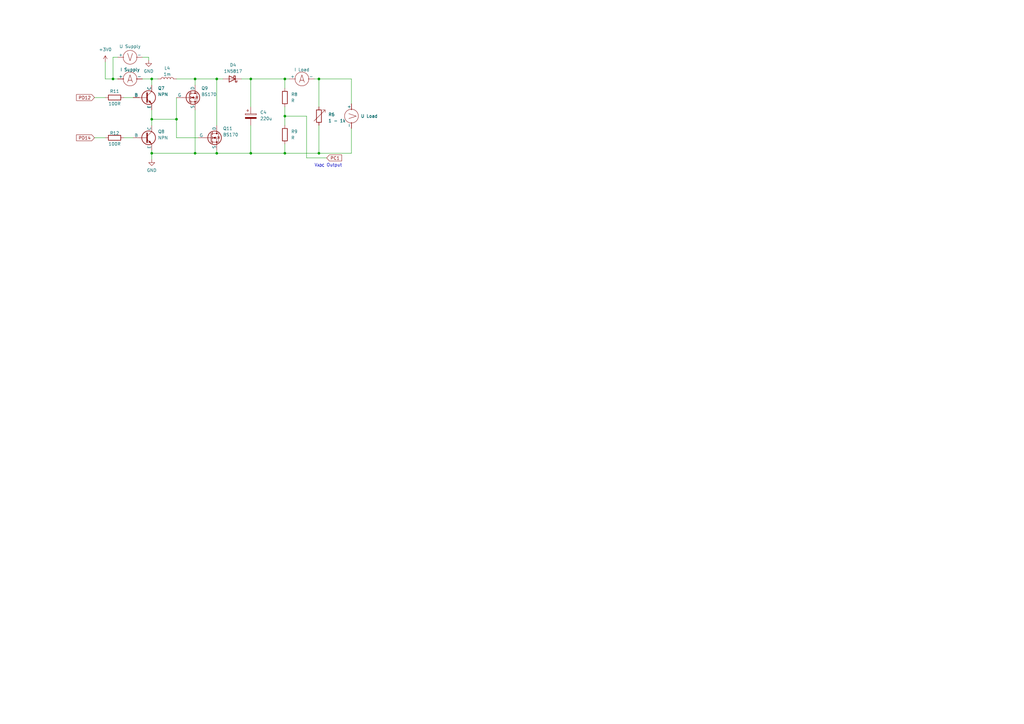
<source format=kicad_sch>
(kicad_sch (version 20230121) (generator eeschema)
  (paper "A3")
  (lib_symbols
    (symbol "Current_Meter_1" (pin_names (offset 0))
      (property "Value" "I Supply" (at 0 3.81 0))
      (symbol "Current_Meter_1_0_1"
        (circle (center 0 0) (radius 2.8398))
        (text "A" (at 0 0 0) (effects (font (size 3 3))))
      )
      (symbol "Current_Meter_1_1_1"
        (pin input line (at 5.08 0 180) (length 2.54) (name "+") (number ""))
        (pin input line (at -5.08 0 0) (length 2.54) (name "-") (number ""))
      )
    )
    (symbol "Device:C_Polarized" (pin_numbers hide) (pin_names (offset 0.254))
      (property "Reference" "C" (at 0.635 2.54 0))
      (property "Value" "C_Polarized" (at 0.635 -2.54 0))
      (symbol "C_Polarized_0_1"
        (rectangle (start -2.286 0.508) (end 2.286 1.016))
        (polyline (pts (xy -1.778 2.286) (xy -0.762 2.286)))
        (polyline (pts (xy -1.27 2.794) (xy -1.27 1.778)))
        (rectangle (start 2.286 -0.508) (end -2.286 -1.016) (fill (type outline)))
      )
      (symbol "C_Polarized_1_1"
        (pin passive line (at 0 3.81 270) (length 2.794) (name "~") (number "1"))
        (pin passive line (at 0 -3.81 90) (length 2.794) (name "~") (number "2"))
      )
    )
    (symbol "Device:D_Schottky" (pin_numbers hide) (pin_names (offset 1.016) hide)
      (property "Reference" "D" (at 0 2.54 0))
      (property "Value" "D_Schottky" (at 0 -2.54 0))
      (symbol "D_Schottky_0_1"
        (polyline (pts (xy 1.27 0) (xy -1.27 0)))
        (polyline (pts (xy 1.27 1.27) (xy 1.27 -1.27) (xy -1.27 0) (xy 1.27 1.27)) (stroke (width 0.254)))
        (polyline (pts (xy -1.905 0.635) (xy -1.905 1.27) (xy -1.27 1.27) (xy -1.27 -1.27) (xy -0.635 -1.27) (xy -0.635 -0.635)) (stroke (width 0.254)))
      )
      (symbol "D_Schottky_1_1"
        (pin passive line (at -3.81 0 0) (length 2.54) (name "K") (number "1"))
        (pin passive line (at 3.81 0 180) (length 2.54) (name "A") (number "2"))
      )
    )
    (symbol "Device:L" (pin_numbers hide) (pin_names (offset 1.016) hide)
      (property "Reference" "L" (at -1.27 0 90))
      (property "Value" "L" (at 1.905 0 90))
      (symbol "L_0_1"
        (arc (start 0 -2.54) (mid 0.6323 -1.905) (end 0 -1.27))
        (arc (start 0 -1.27) (mid 0.6323 -0.635) (end 0 0))
        (arc (start 0 0) (mid 0.6323 0.635) (end 0 1.27))
        (arc (start 0 1.27) (mid 0.6323 1.905) (end 0 2.54))
      )
      (symbol "L_1_1"
        (pin passive line (at 0 3.81 270) (length 1.27) (name "1") (number "1"))
        (pin passive line (at 0 -3.81 90) (length 1.27) (name "2") (number "2"))
      )
    )
    (symbol "Device:R" (pin_numbers hide) (pin_names (offset 0))
      (property "Reference" "R" (at 2.032 0 90))
      (property "Value" "R" (at 0 0 90))
      (symbol "R_0_1"
        (rectangle (start -1.016 -2.54) (end 1.016 2.54) (stroke (width 0.254)))
      )
      (symbol "R_1_1"
        (pin passive line (at 0 3.81 270) (length 1.27) (name "~") (number "1"))
        (pin passive line (at 0 -3.81 90) (length 1.27) (name "~") (number "2"))
      )
    )
    (symbol "Device:R_Variable" (pin_numbers hide) (pin_names (offset 0))
      (property "Reference" "R" (at 2.54 -2.54 90))
      (property "Value" "R_Variable" (at -2.54 -1.27 90))
      (symbol "R_Variable_0_1"
        (rectangle (start -1.016 -2.54) (end 1.016 2.54) (stroke (width 0.254)))
        (polyline (pts (xy 2.54 1.524) (xy 2.54 2.54) (xy 1.524 2.54) (xy 2.54 2.54) (xy -2.032 -2.032)))
      )
      (symbol "R_Variable_1_1"
        (pin passive line (at 0 3.81 270) (length 1.27) (name "~") (number "1"))
        (pin passive line (at 0 -3.81 90) (length 1.27) (name "~") (number "2"))
      )
    )
    (symbol "Measuring Tools:Current_Meter" (pin_names (offset 0))
      (property "Reference" "U2" (at 0 6.985 0))
      (property "Value" "I Load" (at 0 4.445 0))
      (symbol "Current_Meter_0_1"
        (circle (center 0 0) (radius 2.8398))
        (text "A" (at 0 0 0) (effects (font (size 3 3))))
      )
      (symbol "Current_Meter_1_1"
        (pin input line (at 5.08 0 180) (length 2.54) (name "+") (number ""))
        (pin input line (at -5.08 0 0) (length 2.54) (name "-") (number ""))
      )
    )
    (symbol "Measuring Tools:Voltage_Meter" (pin_names (offset 0))
      (property "Reference" "U" (at 0 3.81 0))
      (property "Value" "Voltage_Meter" (at 0 6.35 0))
      (symbol "Voltage_Meter_0_1"
        (circle (center 0 0) (radius 2.8398))
        (text "V\n" (at -0.0146 -0.556 0) (effects (font (size 3 3))))
      )
      (symbol "Voltage_Meter_1_1"
        (pin input line (at 5.08 0 180) (length 2.54) (name "+") (number ""))
        (pin input line (at -5.08 0 0) (length 2.54) (name "-") (number ""))
      )
    )
    (symbol "Simulation_SPICE:NMOS" (pin_numbers hide) (pin_names (offset 0))
      (property "Reference" "Q" (at 5.08 1.27 0))
      (property "Value" "NMOS" (at 5.08 -1.27 0))
      (symbol "NMOS_0_1"
        (polyline (pts (xy 0.254 0) (xy -2.54 0)))
        (polyline (pts (xy 0.254 1.905) (xy 0.254 -1.905)) (stroke (width 0.254)))
        (polyline (pts (xy 0.762 -1.27) (xy 0.762 -2.286)) (stroke (width 0.254)))
        (polyline (pts (xy 0.762 0.508) (xy 0.762 -0.508)) (stroke (width 0.254)))
        (polyline (pts (xy 0.762 2.286) (xy 0.762 1.27)) (stroke (width 0.254)))
        (polyline (pts (xy 2.54 2.54) (xy 2.54 1.778)))
        (polyline (pts (xy 2.54 -2.54) (xy 2.54 0) (xy 0.762 0)))
        (polyline (pts (xy 0.762 -1.778) (xy 3.302 -1.778) (xy 3.302 1.778) (xy 0.762 1.778)))
        (polyline (pts (xy 1.016 0) (xy 2.032 0.381) (xy 2.032 -0.381) (xy 1.016 0)) (fill (type outline)))
        (polyline (pts (xy 2.794 0.508) (xy 2.921 0.381) (xy 3.683 0.381) (xy 3.81 0.254)))
        (polyline (pts (xy 3.302 0.381) (xy 2.921 -0.254) (xy 3.683 -0.254) (xy 3.302 0.381)))
        (circle (center 1.651 0) (radius 2.794) (stroke (width 0.254)))
        (circle (center 2.54 -1.778) (radius 0.254) (fill (type outline)))
        (circle (center 2.54 1.778) (radius 0.254) (fill (type outline)))
      )
      (symbol "NMOS_1_1"
        (pin passive line (at 2.54 5.08 270) (length 2.54) (name "D") (number "1"))
        (pin input line (at -5.08 0 0) (length 2.54) (name "G") (number "2"))
        (pin passive line (at 2.54 -5.08 90) (length 2.54) (name "S") (number "3"))
      )
    )
    (symbol "Simulation_SPICE:NPN" (pin_numbers hide) (pin_names (offset 0))
      (property "Reference" "Q" (at -2.54 7.62 0))
      (property "Value" "NPN" (at -2.54 5.08 0))
      (symbol "NPN_0_1"
        (polyline (pts (xy -2.54 0) (xy 0.635 0)) (stroke (width 0.1524)))
        (polyline (pts (xy 0.635 0.635) (xy 2.54 2.54)))
        (polyline (pts (xy 2.794 -1.27) (xy 2.794 -1.27)) (stroke (width 0.1524)))
        (polyline (pts (xy 2.794 -1.27) (xy 2.794 -1.27)) (stroke (width 0.1524)))
        (polyline (pts (xy 0.635 -0.635) (xy 2.54 -2.54) (xy 2.54 -2.54)))
        (polyline (pts (xy 0.635 1.905) (xy 0.635 -1.905) (xy 0.635 -1.905)) (stroke (width 0.508)))
        (polyline (pts (xy 1.27 -1.778) (xy 1.778 -1.27) (xy 2.286 -2.286) (xy 1.27 -1.778) (xy 1.27 -1.778)) (fill (type outline)))
        (circle (center 1.27 0) (radius 2.8194) (stroke (width 0.254)))
      )
      (symbol "NPN_1_1"
        (pin open_collector line (at 2.54 5.08 270) (length 2.54) (name "C") (number "1"))
        (pin input line (at -5.08 0 0) (length 2.54) (name "B") (number "2"))
        (pin open_emitter line (at 2.54 -5.08 90) (length 2.54) (name "E") (number "3"))
      )
    )
    (symbol "Voltage_Meter_1" (pin_names (offset 0))
      (property "Reference" "U4" (at 0 6.985 0))
      (property "Value" "Voltage_Meter" (at 0 4.445 0))
      (symbol "Voltage_Meter_1_0_1"
        (circle (center 0 0) (radius 2.8398))
        (text "V\n" (at 0 0 0) (effects (font (size 3 3))))
      )
      (symbol "Voltage_Meter_1_1_1"
        (pin input line (at 5.08 0 180) (length 2.54) (name "+") (number ""))
        (pin input line (at -5.08 0 0) (length 2.54) (name "-") (number ""))
      )
    )
    (symbol "power:+3V0" (power) (pin_names (offset 0))
      (property "Value" "+3V0" (at 0 3.556 0))
      (symbol "+3V0_0_1"
        (polyline (pts (xy -0.762 1.27) (xy 0 2.54)))
        (polyline (pts (xy 0 0) (xy 0 2.54)))
        (polyline (pts (xy 0 2.54) (xy 0.762 1.27)))
      )
      (symbol "+3V0_1_1"
        (pin power_in line (at 0 0 90) (length 0) hide (name "+3V0") (number "1"))
      )
    )
    (symbol "power:GND" (power) (pin_names (offset 0))
      (property "Value" "GND" (at 0 -3.81 0))
      (symbol "GND_0_1"
        (polyline (pts (xy 0 0) (xy 0 -1.27) (xy 1.27 -1.27) (xy 0 -2.54) (xy -1.27 -1.27) (xy 0 -1.27)))
      )
      (symbol "GND_1_1"
        (pin power_in line (at 0 0 270) (length 0) hide (name "GND") (number "1"))
      )
    )
  )
  (junction (at 130.81 32.385))
  (junction (at 130.81 62.865))
  (junction (at 116.84 47.625))
  (junction (at 62.23 32.385))
  (junction (at 102.87 62.865))
  (junction (at 116.84 62.865))
  (junction (at 88.9 62.865))
  (junction (at 80.01 62.865))
  (junction (at 62.23 62.865))
  (junction (at 116.84 32.385))
  (junction (at 102.87 32.385))
  (junction (at 88.9 32.385))
  (junction (at 72.39 48.895))
  (junction (at 62.23 48.895))
  (junction (at 80.01 32.385))
  (junction (at 46.355 32.385))
  (wire (pts (xy 88.9 32.385) (xy 91.44 32.385)))
  (wire (pts (xy 62.23 45.085) (xy 62.23 48.895)))
  (wire (pts (xy 62.23 32.385) (xy 62.23 34.925)))
  (wire (pts (xy 72.39 56.515) (xy 72.39 48.895)))
  (wire (pts (xy 80.01 45.085) (xy 80.01 62.865)))
  (wire (pts (xy 144.145 62.865) (xy 130.81 62.865)))
  (wire (pts (xy 130.81 32.385) (xy 130.81 43.815)))
  (wire (pts (xy 62.23 32.385) (xy 64.77 32.385)))
  (wire (pts (xy 62.23 62.865) (xy 62.23 65.405)))
  (wire (pts (xy 88.9 32.385) (xy 88.9 51.435)))
  (wire (pts (xy 102.87 62.865) (xy 116.84 62.865)))
  (wire (pts (xy 72.39 32.385) (xy 80.01 32.385)))
  (wire (pts (xy 72.39 40.005) (xy 72.39 48.895)))
  (wire (pts (xy 144.145 32.385) (xy 130.81 32.385)))
  (wire (pts (xy 116.84 59.055) (xy 116.84 62.865)))
  (wire (pts (xy 60.96 23.495) (xy 60.96 24.765)))
  (wire (pts (xy 102.87 51.435) (xy 102.87 62.865)))
  (wire (pts (xy 102.87 32.385) (xy 116.84 32.385)))
  (wire (pts (xy 133.985 64.77) (xy 125.73 64.77)))
  (wire (pts (xy 80.01 32.385) (xy 88.9 32.385)))
  (wire (pts (xy 144.145 42.545) (xy 144.145 32.385)))
  (wire (pts (xy 116.84 47.625) (xy 116.84 51.435)))
  (wire (pts (xy 102.87 43.815) (xy 102.87 32.385)))
  (wire (pts (xy 125.73 47.625) (xy 116.84 47.625)))
  (wire (pts (xy 38.735 56.515) (xy 43.18 56.515)))
  (wire (pts (xy 81.28 56.515) (xy 72.39 56.515)))
  (wire (pts (xy 38.735 40.005) (xy 43.18 40.005)))
  (wire (pts (xy 43.18 25.4) (xy 43.18 32.385)))
  (wire (pts (xy 48.26 23.495) (xy 46.355 23.495)))
  (wire (pts (xy 62.23 48.895) (xy 62.23 51.435)))
  (wire (pts (xy 125.73 64.77) (xy 125.73 47.625)))
  (wire (pts (xy 144.145 52.705) (xy 144.145 62.865)))
  (wire (pts (xy 58.42 32.385) (xy 62.23 32.385)))
  (wire (pts (xy 72.39 48.895) (xy 62.23 48.895)))
  (wire (pts (xy 116.84 32.385) (xy 116.84 36.195)))
  (wire (pts (xy 116.84 62.865) (xy 130.81 62.865)))
  (wire (pts (xy 130.81 51.435) (xy 130.81 62.865)))
  (wire (pts (xy 62.23 62.865) (xy 80.01 62.865)))
  (wire (pts (xy 46.355 32.385) (xy 48.26 32.385)))
  (wire (pts (xy 88.9 62.865) (xy 102.87 62.865)))
  (wire (pts (xy 50.8 40.005) (xy 54.61 40.005)))
  (wire (pts (xy 116.84 43.815) (xy 116.84 47.625)))
  (wire (pts (xy 99.06 32.385) (xy 102.87 32.385)))
  (wire (pts (xy 62.23 61.595) (xy 62.23 62.865)))
  (wire (pts (xy 88.9 61.595) (xy 88.9 62.865)))
  (wire (pts (xy 80.01 62.865) (xy 88.9 62.865)))
  (wire (pts (xy 128.905 32.385) (xy 130.81 32.385)))
  (wire (pts (xy 58.42 23.495) (xy 60.96 23.495)))
  (wire (pts (xy 50.8 56.515) (xy 54.61 56.515)))
  (wire (pts (xy 116.84 32.385) (xy 118.745 32.385)))
  (wire (pts (xy 46.355 23.495) (xy 46.355 32.385)))
  (wire (pts (xy 43.18 32.385) (xy 46.355 32.385)))
  (wire (pts (xy 80.01 32.385) (xy 80.01 34.925)))
  (text "V_{ADC} Output" (at 140.335 68.58 0) (effects (font (size 1.27 1.27)) (justify right bottom)))
  (global_label "PC1" (shape input) (at 133.985 64.77 0) (property "Intersheetrefs" "${INTERSHEET_REFS}" (effects hide)))
  (global_label "PD12" (shape input) (at 38.735 40.005 180) (property "Intersheetrefs" "${INTERSHEET_REFS}" (effects hide)))
  (global_label "PD14" (shape input) (at 38.735 56.515 180) (property "Intersheetrefs" "${INTERSHEET_REFS}" (effects hide)))
  (symbol (lib_id "power:GND") (at 62.23 65.405 0) (unit 1)
    (property "Reference" "#PWR022" (effects hide))
    (property "Value" "GND" (at 62.23 69.85 0))
  )
  (symbol (lib_name "Current_Meter_1") (lib_id "Measuring Tools:Current_Meter") (at 53.34 32.385 180) (unit 1)
    (property "Reference" "U1" (effects hide))
    (property "Value" "I Supply" (at 53.34 28.575 0))
  )
  (symbol (lib_id "Simulation_SPICE:NPN") (at 59.69 40.005 0) (unit 1)
    (property "Reference" "Q7" (at 64.77 36.195 0) (effects (justify left)))
    (property "Value" "NPN" (at 64.77 38.735 0) (effects (justify left)))
    (property "Sim.Device" "NPN" (effects hide))
    (property "Sim.Type" "GUMMELPOON" (effects hide))
    (property "Sim.Pins" "1=C 2=B 3=E" (effects hide))
    (instances (project "Schema" (path "" (reference "Q7") (unit 1)) (path "" (reference "Q13") (unit 1))))
  )
  (symbol (lib_id "Device:R") (at 116.84 55.245 0) (unit 1)
    (property "Reference" "R9" (at 119.38 53.975 0) (effects (justify left)))
    (property "Value" "R" (at 119.38 56.515 0) (effects (justify left)))
    (instances (project "Schema" (path "" (reference "R9") (unit 1)) (path "" (reference "R17") (unit 1))))
  )
  (symbol (lib_id "Device:R_Variable") (at 130.81 47.625 0) (unit 1)
    (property "Reference" "R6" (at 134.62 46.99 0) (effects (justify left)))
    (property "Value" "1 - 1k" (at 134.62 49.53 0) (effects (justify left)))
    (instances (project "Schema" (path "" (reference "R6") (unit 1)) (path "" (reference "R18") (unit 1))))
  )
  (symbol (lib_id "power:GND") (at 60.96 24.765 0) (unit 1)
    (property "Reference" "#PWR020" (effects hide))
    (property "Value" "GND" (at 60.96 29.21 0))
  )
  (symbol (lib_id "Measuring Tools:Voltage_Meter") (at 144.145 47.625 90) (unit 1)
    (property "Reference" "U3" (effects hide))
    (property "Value" "U Load" (at 147.955 47.625 90) (effects (justify right)))
  )
  (symbol (lib_id "Simulation_SPICE:NMOS") (at 77.47 40.005 0) (unit 1)
    (property "Reference" "Q9" (at 82.55 36.195 0) (effects (justify left)))
    (property "Value" "BS170" (at 82.55 38.735 0) (effects (justify left)))
    (property "Datasheet" "https://ngspice.sourceforge.io/docs/ngspice-manual.pdf" (effects hide))
    (property "Sim.Device" "NMOS" (effects hide))
    (property "Sim.Type" "VDMOS" (effects hide))
    (property "Sim.Pins" "1=D 2=G 3=S" (effects hide))
    (instances (project "Schema" (path "" (reference "Q9") (unit 1)) (path "" (reference "Q15") (unit 1))))
  )
  (symbol (lib_id "Simulation_SPICE:NMOS") (at 86.36 56.515 0) (unit 1)
    (property "Reference" "Q11" (at 91.44 52.705 0) (effects (justify left)))
    (property "Value" "BS170" (at 91.44 55.245 0) (effects (justify left)))
    (property "Datasheet" "https://ngspice.sourceforge.io/docs/ngspice-manual.pdf" (effects hide))
    (property "Sim.Device" "NMOS" (effects hide))
    (property "Sim.Type" "VDMOS" (effects hide))
    (property "Sim.Pins" "1=D 2=G 3=S" (effects hide))
    (instances (project "Schema" (path "" (reference "Q11") (unit 1)) (path "" (reference "Q16") (unit 1))))
  )
  (symbol (lib_id "Device:L") (at 68.58 32.385 90) (unit 1)
    (property "Reference" "L4" (at 68.58 27.94 90))
    (property "Value" "1m" (at 68.58 30.48 90))
    (instances (project "Schema" (path "" (reference "L4") (unit 1)) (path "" (reference "L5") (unit 1))))
  )
  (symbol (lib_id "Device:C_Polarized") (at 102.87 47.625 0) (unit 1)
    (property "Reference" "C4" (at 106.68 46.101 0) (effects (justify left)))
    (property "Value" "220u" (at 106.68 48.641 0) (effects (justify left)))
    (instances (project "Schema" (path "" (reference "C4") (unit 1)) (path "" (reference "C7") (unit 1))))
  )
  (symbol (lib_id "Device:R") (at 46.99 56.515 270) (unit 1)
    (property "Reference" "R12" (at 46.99 54.61 90))
    (property "Value" "100R" (at 46.99 59.055 90))
    (instances (project "Schema" (path "" (reference "R12") (unit 1)) (path "" (reference "R15") (unit 1))))
  )
  (symbol (lib_id "power:+3V0") (at 43.18 25.4 0) (unit 1)
    (property "Reference" "#PWR019" (effects hide))
    (property "Value" "+3V0" (at 43.18 20.32 0))
    (instances (project "Schema" (path "" (reference "#PWR019") (unit 1)) (path "" (reference "#PWR021") (unit 1))))
  )
  (symbol (lib_id "Device:D_Schottky") (at 95.25 32.385 180) (unit 1)
    (property "Reference" "D4" (at 95.5675 26.67 0))
    (property "Value" "1N5817" (at 95.5675 29.21 0))
    (instances (project "Schema" (path "" (reference "D4") (unit 1)) (path "" (reference "D7") (unit 1))))
  )
  (symbol (lib_id "Measuring Tools:Current_Meter") (at 123.825 32.385 180) (unit 1)
    (property "Reference" "U2" (effects hide))
    (property "Value" "I Load" (at 123.825 28.575 0))
  )
  (symbol (lib_id "Device:R") (at 116.84 40.005 0) (unit 1)
    (property "Reference" "R8" (at 119.38 38.735 0) (effects (justify left)))
    (property "Value" "R" (at 119.38 41.275 0) (effects (justify left)))
    (instances (project "Schema" (path "" (reference "R8") (unit 1)) (path "" (reference "R16") (unit 1))))
  )
  (symbol (lib_name "Voltage_Meter_1") (lib_id "Measuring Tools:Voltage_Meter") (at 53.34 23.495 180) (unit 1)
    (property "Reference" "U4" (effects hide))
    (property "Value" "U Supply" (at 53.34 19.05 0))
  )
  (symbol (lib_id "Simulation_SPICE:NPN") (at 59.69 56.515 0) (unit 1)
    (property "Reference" "Q8" (at 64.77 53.975 0) (effects (justify left)))
    (property "Value" "NPN" (at 64.77 56.515 0) (effects (justify left)))
    (property "Sim.Device" "NPN" (effects hide))
    (property "Sim.Type" "GUMMELPOON" (effects hide))
    (property "Sim.Pins" "1=C 2=B 3=E" (effects hide))
    (instances (project "Schema" (path "" (reference "Q8") (unit 1)) (path "" (reference "Q14") (unit 1))))
  )
  (symbol (lib_id "Device:R") (at 46.99 40.005 90) (unit 1)
    (property "Reference" "R11" (at 46.99 37.465 90))
    (property "Value" "100R" (at 46.99 42.545 90))
    (instances (project "Schema" (path "" (reference "R11") (unit 1)) (path "" (reference "R14") (unit 1))))
  )
)
</source>
